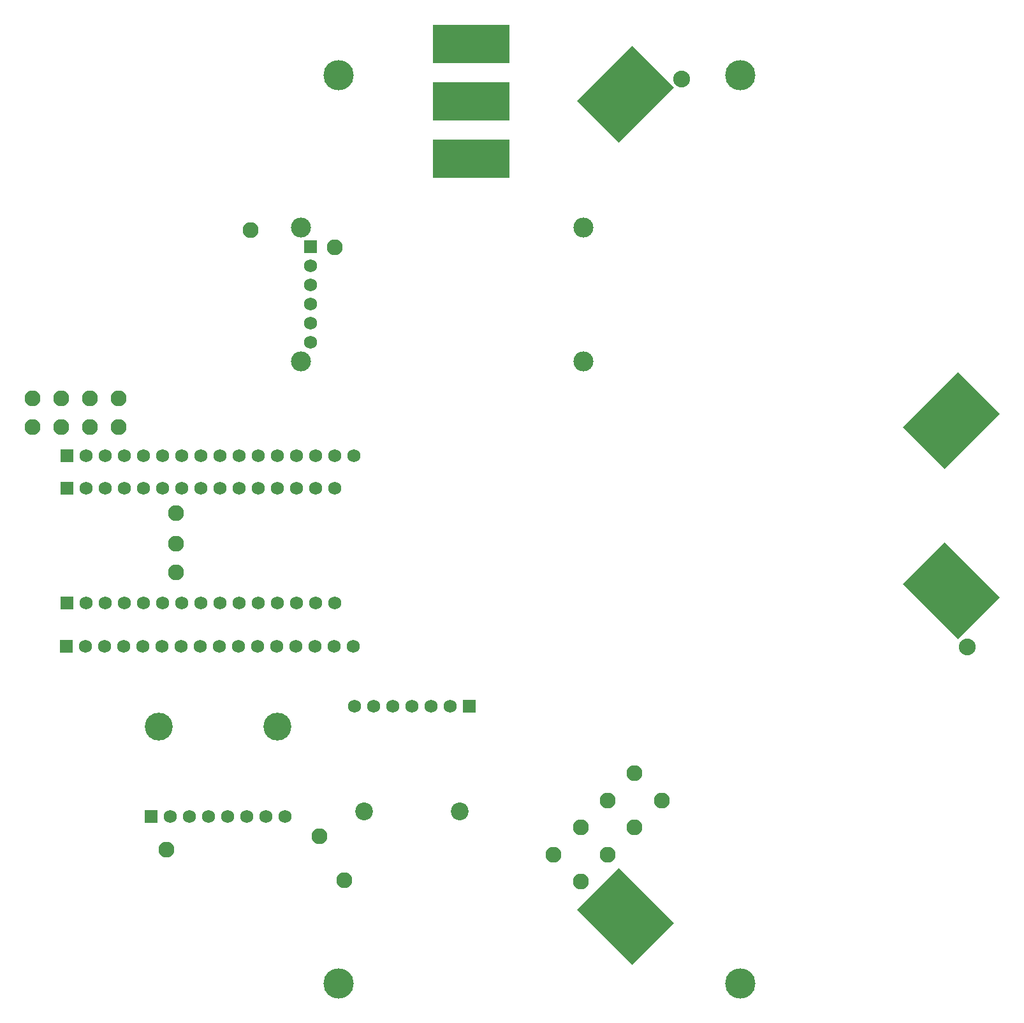
<source format=gts>
G04*
G04 #@! TF.GenerationSoftware,Altium Limited,Altium Designer,20.1.14 (287)*
G04*
G04 Layer_Color=8388736*
%FSLAX24Y24*%
%MOIN*%
G70*
G04*
G04 #@! TF.SameCoordinates,B8CB9E98-002D-4190-A2A2-B4F4F07DE0F0*
G04*
G04*
G04 #@! TF.FilePolarity,Negative*
G04*
G01*
G75*
G04:AMPARAMS|DCode=18|XSize=308mil|YSize=408mil|CornerRadius=0mil|HoleSize=0mil|Usage=FLASHONLY|Rotation=315.000|XOffset=0mil|YOffset=0mil|HoleType=Round|Shape=Rectangle|*
%AMROTATEDRECTD18*
4,1,4,-0.2531,-0.0354,0.0354,0.2531,0.2531,0.0354,-0.0354,-0.2531,-0.2531,-0.0354,0.0*
%
%ADD18ROTATEDRECTD18*%

G04:AMPARAMS|DCode=19|XSize=308mil|YSize=408mil|CornerRadius=0mil|HoleSize=0mil|Usage=FLASHONLY|Rotation=225.000|XOffset=0mil|YOffset=0mil|HoleType=Round|Shape=Rectangle|*
%AMROTATEDRECTD19*
4,1,4,-0.0354,0.2531,0.2531,-0.0354,0.0354,-0.2531,-0.2531,0.0354,-0.0354,0.2531,0.0*
%
%ADD19ROTATEDRECTD19*%

%ADD20R,0.4017X0.2049*%
%ADD21R,0.0680X0.0680*%
%ADD22C,0.0680*%
%ADD23R,0.0680X0.0680*%
%ADD24R,0.0682X0.0682*%
%ADD25C,0.0682*%
%ADD26C,0.0930*%
%ADD27C,0.0830*%
%ADD28C,0.1045*%
%ADD29C,0.1580*%
%ADD30C,0.0880*%
%ADD31C,0.1458*%
D18*
X52048Y35952D02*
D03*
X35000Y53000D02*
D03*
D19*
X52048Y27048D02*
D03*
X35000Y10000D02*
D03*
D20*
X26950Y49650D02*
D03*
Y52650D02*
D03*
Y55650D02*
D03*
D21*
X26850Y21000D02*
D03*
X18550Y45050D02*
D03*
D22*
X25850Y21000D02*
D03*
X24850D02*
D03*
X23850D02*
D03*
X22850D02*
D03*
X21850D02*
D03*
X20850D02*
D03*
X20760Y24140D02*
D03*
X19760D02*
D03*
X18760D02*
D03*
X17760D02*
D03*
X16760D02*
D03*
X15760D02*
D03*
X14760D02*
D03*
X13760D02*
D03*
X12760D02*
D03*
X11760D02*
D03*
X10760D02*
D03*
X9760D02*
D03*
X8760D02*
D03*
X7760D02*
D03*
X6760D02*
D03*
X20800Y34100D02*
D03*
X19800D02*
D03*
X18800D02*
D03*
X17800D02*
D03*
X16800D02*
D03*
X15800D02*
D03*
X14800D02*
D03*
X13800D02*
D03*
X12800D02*
D03*
X11800D02*
D03*
X10800D02*
D03*
X9800D02*
D03*
X8800D02*
D03*
X7800D02*
D03*
X6800D02*
D03*
X18550Y44050D02*
D03*
Y43050D02*
D03*
Y42050D02*
D03*
Y41050D02*
D03*
Y40050D02*
D03*
X11200Y15250D02*
D03*
X12200D02*
D03*
X13200D02*
D03*
X14200D02*
D03*
X15200D02*
D03*
X16200D02*
D03*
X17200D02*
D03*
D23*
X5760Y24140D02*
D03*
X5800Y34100D02*
D03*
X10200Y15250D02*
D03*
D24*
X5800Y32400D02*
D03*
Y26400D02*
D03*
D25*
X6800Y32400D02*
D03*
X7800D02*
D03*
X8800D02*
D03*
X9800D02*
D03*
X10800D02*
D03*
X11800D02*
D03*
X12800D02*
D03*
X13800D02*
D03*
X14800D02*
D03*
X15800D02*
D03*
X16800D02*
D03*
X17800D02*
D03*
X18800D02*
D03*
X19800D02*
D03*
X6800Y26400D02*
D03*
X7800D02*
D03*
X8800D02*
D03*
X9800D02*
D03*
X10800D02*
D03*
X11800D02*
D03*
X12800D02*
D03*
X13800D02*
D03*
X14800D02*
D03*
X15800D02*
D03*
X16800D02*
D03*
X17800D02*
D03*
X18800D02*
D03*
X19800D02*
D03*
D26*
X21350Y15500D02*
D03*
X26350D02*
D03*
D27*
X5500Y35600D02*
D03*
X8500D02*
D03*
X5500Y37100D02*
D03*
X8500D02*
D03*
X4000Y35600D02*
D03*
X7000D02*
D03*
X4000Y37100D02*
D03*
X7000D02*
D03*
X19000Y14200D02*
D03*
X20300Y11900D02*
D03*
X19800Y45000D02*
D03*
X15400Y45900D02*
D03*
X11000Y13500D02*
D03*
X11500Y29500D02*
D03*
Y28000D02*
D03*
Y31100D02*
D03*
X35493Y17493D02*
D03*
X34078Y16078D02*
D03*
Y13250D02*
D03*
X36907Y16078D02*
D03*
X35493Y14664D02*
D03*
X32664Y11836D02*
D03*
X31250Y13250D02*
D03*
X32664Y14664D02*
D03*
D28*
X18050Y39050D02*
D03*
Y46050D02*
D03*
X32814D02*
D03*
Y39050D02*
D03*
D29*
X20000Y6500D02*
D03*
X41000D02*
D03*
Y54000D02*
D03*
X20000D02*
D03*
D30*
X37934Y53813D02*
D03*
X52862Y24114D02*
D03*
D31*
X10600Y19950D02*
D03*
X16800D02*
D03*
M02*

</source>
